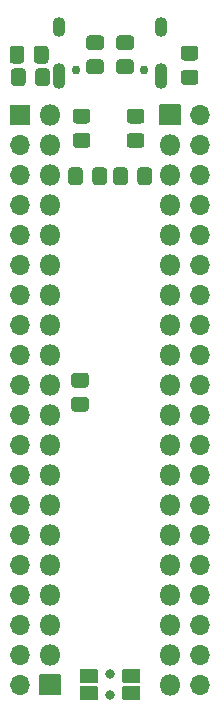
<source format=gbr>
%TF.GenerationSoftware,KiCad,Pcbnew,(5.1.9)-1*%
%TF.CreationDate,2021-04-12T21:57:58+01:00*%
%TF.ProjectId,Propeller_dev_board,50726f70-656c-46c6-9572-5f6465765f62,rev?*%
%TF.SameCoordinates,Original*%
%TF.FileFunction,Soldermask,Bot*%
%TF.FilePolarity,Negative*%
%FSLAX46Y46*%
G04 Gerber Fmt 4.6, Leading zero omitted, Abs format (unit mm)*
G04 Created by KiCad (PCBNEW (5.1.9)-1) date 2021-04-12 21:57:58*
%MOMM*%
%LPD*%
G01*
G04 APERTURE LIST*
%ADD10O,1.100000X2.200000*%
%ADD11O,1.100000X1.700000*%
%ADD12C,0.750000*%
%ADD13O,1.800000X1.800000*%
%ADD14C,0.800000*%
%ADD15O,1.700000X1.700000*%
G04 APERTURE END LIST*
%TO.C,4.7uF*%
G36*
G01*
X118901738Y-118365000D02*
X119858262Y-118365000D01*
G75*
G02*
X120130000Y-118636738I0J-271738D01*
G01*
X120130000Y-119343262D01*
G75*
G02*
X119858262Y-119615000I-271738J0D01*
G01*
X118901738Y-119615000D01*
G75*
G02*
X118630000Y-119343262I0J271738D01*
G01*
X118630000Y-118636738D01*
G75*
G02*
X118901738Y-118365000I271738J0D01*
G01*
G37*
G36*
G01*
X118901738Y-120415000D02*
X119858262Y-120415000D01*
G75*
G02*
X120130000Y-120686738I0J-271738D01*
G01*
X120130000Y-121393262D01*
G75*
G02*
X119858262Y-121665000I-271738J0D01*
G01*
X118901738Y-121665000D01*
G75*
G02*
X118630000Y-121393262I0J271738D01*
G01*
X118630000Y-120686738D01*
G75*
G02*
X118901738Y-120415000I271738J0D01*
G01*
G37*
%TD*%
D10*
%TO.C,P1*%
X126240000Y-93275000D03*
X117600000Y-93275000D03*
D11*
X126240000Y-89095000D03*
X117600000Y-89095000D03*
D12*
X119030000Y-92775000D03*
X124810000Y-92775000D03*
%TD*%
%TO.C,4.7uF*%
G36*
G01*
X123600738Y-98072000D02*
X124557262Y-98072000D01*
G75*
G02*
X124829000Y-98343738I0J-271738D01*
G01*
X124829000Y-99050262D01*
G75*
G02*
X124557262Y-99322000I-271738J0D01*
G01*
X123600738Y-99322000D01*
G75*
G02*
X123329000Y-99050262I0J271738D01*
G01*
X123329000Y-98343738D01*
G75*
G02*
X123600738Y-98072000I271738J0D01*
G01*
G37*
G36*
G01*
X123600738Y-96022000D02*
X124557262Y-96022000D01*
G75*
G02*
X124829000Y-96293738I0J-271738D01*
G01*
X124829000Y-97000262D01*
G75*
G02*
X124557262Y-97272000I-271738J0D01*
G01*
X123600738Y-97272000D01*
G75*
G02*
X123329000Y-97000262I0J271738D01*
G01*
X123329000Y-96293738D01*
G75*
G02*
X123600738Y-96022000I271738J0D01*
G01*
G37*
%TD*%
%TO.C,4.7uF*%
G36*
G01*
X119028738Y-96013000D02*
X119985262Y-96013000D01*
G75*
G02*
X120257000Y-96284738I0J-271738D01*
G01*
X120257000Y-96991262D01*
G75*
G02*
X119985262Y-97263000I-271738J0D01*
G01*
X119028738Y-97263000D01*
G75*
G02*
X118757000Y-96991262I0J271738D01*
G01*
X118757000Y-96284738D01*
G75*
G02*
X119028738Y-96013000I271738J0D01*
G01*
G37*
G36*
G01*
X119028738Y-98063000D02*
X119985262Y-98063000D01*
G75*
G02*
X120257000Y-98334738I0J-271738D01*
G01*
X120257000Y-99041262D01*
G75*
G02*
X119985262Y-99313000I-271738J0D01*
G01*
X119028738Y-99313000D01*
G75*
G02*
X118757000Y-99041262I0J271738D01*
G01*
X118757000Y-98334738D01*
G75*
G02*
X119028738Y-98063000I271738J0D01*
G01*
G37*
%TD*%
%TO.C,5.1K*%
G36*
G01*
X120171738Y-89790000D02*
X121128262Y-89790000D01*
G75*
G02*
X121400000Y-90061738I0J-271738D01*
G01*
X121400000Y-90768262D01*
G75*
G02*
X121128262Y-91040000I-271738J0D01*
G01*
X120171738Y-91040000D01*
G75*
G02*
X119900000Y-90768262I0J271738D01*
G01*
X119900000Y-90061738D01*
G75*
G02*
X120171738Y-89790000I271738J0D01*
G01*
G37*
G36*
G01*
X120171738Y-91840000D02*
X121128262Y-91840000D01*
G75*
G02*
X121400000Y-92111738I0J-271738D01*
G01*
X121400000Y-92818262D01*
G75*
G02*
X121128262Y-93090000I-271738J0D01*
G01*
X120171738Y-93090000D01*
G75*
G02*
X119900000Y-92818262I0J271738D01*
G01*
X119900000Y-92111738D01*
G75*
G02*
X120171738Y-91840000I271738J0D01*
G01*
G37*
%TD*%
%TO.C,5.1K*%
G36*
G01*
X122711738Y-89790000D02*
X123668262Y-89790000D01*
G75*
G02*
X123940000Y-90061738I0J-271738D01*
G01*
X123940000Y-90768262D01*
G75*
G02*
X123668262Y-91040000I-271738J0D01*
G01*
X122711738Y-91040000D01*
G75*
G02*
X122440000Y-90768262I0J271738D01*
G01*
X122440000Y-90061738D01*
G75*
G02*
X122711738Y-89790000I271738J0D01*
G01*
G37*
G36*
G01*
X122711738Y-91840000D02*
X123668262Y-91840000D01*
G75*
G02*
X123940000Y-92111738I0J-271738D01*
G01*
X123940000Y-92818262D01*
G75*
G02*
X123668262Y-93090000I-271738J0D01*
G01*
X122711738Y-93090000D01*
G75*
G02*
X122440000Y-92818262I0J271738D01*
G01*
X122440000Y-92111738D01*
G75*
G02*
X122711738Y-91840000I271738J0D01*
G01*
G37*
%TD*%
%TO.C,470R*%
G36*
G01*
X129129750Y-93979000D02*
X128172250Y-93979000D01*
G75*
G02*
X127901000Y-93707750I0J271250D01*
G01*
X127901000Y-93000250D01*
G75*
G02*
X128172250Y-92729000I271250J0D01*
G01*
X129129750Y-92729000D01*
G75*
G02*
X129401000Y-93000250I0J-271250D01*
G01*
X129401000Y-93707750D01*
G75*
G02*
X129129750Y-93979000I-271250J0D01*
G01*
G37*
G36*
G01*
X129129262Y-91929000D02*
X128172738Y-91929000D01*
G75*
G02*
X127901000Y-91657262I0J271738D01*
G01*
X127901000Y-90950738D01*
G75*
G02*
X128172738Y-90679000I271738J0D01*
G01*
X129129262Y-90679000D01*
G75*
G02*
X129401000Y-90950738I0J-271738D01*
G01*
X129401000Y-91657262D01*
G75*
G02*
X129129262Y-91929000I-271738J0D01*
G01*
G37*
%TD*%
%TO.C,VBUS1*%
G36*
G01*
X120415000Y-102205262D02*
X120415000Y-101248738D01*
G75*
G02*
X120686738Y-100977000I271738J0D01*
G01*
X121393262Y-100977000D01*
G75*
G02*
X121665000Y-101248738I0J-271738D01*
G01*
X121665000Y-102205262D01*
G75*
G02*
X121393262Y-102477000I-271738J0D01*
G01*
X120686738Y-102477000D01*
G75*
G02*
X120415000Y-102205262I0J271738D01*
G01*
G37*
G36*
G01*
X118365000Y-102205262D02*
X118365000Y-101248738D01*
G75*
G02*
X118636738Y-100977000I271738J0D01*
G01*
X119343262Y-100977000D01*
G75*
G02*
X119615000Y-101248738I0J-271738D01*
G01*
X119615000Y-102205262D01*
G75*
G02*
X119343262Y-102477000I-271738J0D01*
G01*
X118636738Y-102477000D01*
G75*
G02*
X118365000Y-102205262I0J271738D01*
G01*
G37*
%TD*%
%TO.C,VBUS2*%
G36*
G01*
X122184000Y-102205262D02*
X122184000Y-101248738D01*
G75*
G02*
X122455738Y-100977000I271738J0D01*
G01*
X123162262Y-100977000D01*
G75*
G02*
X123434000Y-101248738I0J-271738D01*
G01*
X123434000Y-102205262D01*
G75*
G02*
X123162262Y-102477000I-271738J0D01*
G01*
X122455738Y-102477000D01*
G75*
G02*
X122184000Y-102205262I0J271738D01*
G01*
G37*
G36*
G01*
X124234000Y-102205262D02*
X124234000Y-101248738D01*
G75*
G02*
X124505738Y-100977000I271738J0D01*
G01*
X125212262Y-100977000D01*
G75*
G02*
X125484000Y-101248738I0J-271738D01*
G01*
X125484000Y-102205262D01*
G75*
G02*
X125212262Y-102477000I-271738J0D01*
G01*
X124505738Y-102477000D01*
G75*
G02*
X124234000Y-102205262I0J271738D01*
G01*
G37*
%TD*%
%TO.C,Rx_res1*%
G36*
G01*
X115462000Y-91918262D02*
X115462000Y-90961738D01*
G75*
G02*
X115733738Y-90690000I271738J0D01*
G01*
X116440262Y-90690000D01*
G75*
G02*
X116712000Y-90961738I0J-271738D01*
G01*
X116712000Y-91918262D01*
G75*
G02*
X116440262Y-92190000I-271738J0D01*
G01*
X115733738Y-92190000D01*
G75*
G02*
X115462000Y-91918262I0J271738D01*
G01*
G37*
G36*
G01*
X113412000Y-91918262D02*
X113412000Y-90961738D01*
G75*
G02*
X113683738Y-90690000I271738J0D01*
G01*
X114390262Y-90690000D01*
G75*
G02*
X114662000Y-90961738I0J-271738D01*
G01*
X114662000Y-91918262D01*
G75*
G02*
X114390262Y-92190000I-271738J0D01*
G01*
X113683738Y-92190000D01*
G75*
G02*
X113412000Y-91918262I0J271738D01*
G01*
G37*
%TD*%
%TO.C,Tx_res1*%
G36*
G01*
X116830000Y-92866738D02*
X116830000Y-93823262D01*
G75*
G02*
X116558262Y-94095000I-271738J0D01*
G01*
X115851738Y-94095000D01*
G75*
G02*
X115580000Y-93823262I0J271738D01*
G01*
X115580000Y-92866738D01*
G75*
G02*
X115851738Y-92595000I271738J0D01*
G01*
X116558262Y-92595000D01*
G75*
G02*
X116830000Y-92866738I0J-271738D01*
G01*
G37*
G36*
G01*
X114780000Y-92866738D02*
X114780000Y-93823262D01*
G75*
G02*
X114508262Y-94095000I-271738J0D01*
G01*
X113801738Y-94095000D01*
G75*
G02*
X113530000Y-93823262I0J271738D01*
G01*
X113530000Y-92866738D01*
G75*
G02*
X113801738Y-92595000I271738J0D01*
G01*
X114508262Y-92595000D01*
G75*
G02*
X114780000Y-92866738I0J-271738D01*
G01*
G37*
%TD*%
%TO.C,J1*%
G36*
G01*
X117740000Y-143930000D02*
X117740000Y-145630000D01*
G75*
G02*
X117690000Y-145680000I-50000J0D01*
G01*
X115990000Y-145680000D01*
G75*
G02*
X115940000Y-145630000I0J50000D01*
G01*
X115940000Y-143930000D01*
G75*
G02*
X115990000Y-143880000I50000J0D01*
G01*
X117690000Y-143880000D01*
G75*
G02*
X117740000Y-143930000I0J-50000D01*
G01*
G37*
D13*
X116840000Y-142240000D03*
X116840000Y-139700000D03*
X116840000Y-137160000D03*
X116840000Y-134620000D03*
X116840000Y-132080000D03*
X116840000Y-129540000D03*
X116840000Y-127000000D03*
X116840000Y-124460000D03*
X116840000Y-121920000D03*
X116840000Y-119380000D03*
X116840000Y-116840000D03*
X116840000Y-114300000D03*
X116840000Y-111760000D03*
X116840000Y-109220000D03*
X116840000Y-106680000D03*
X116840000Y-104140000D03*
X116840000Y-101600000D03*
X116840000Y-99060000D03*
X116840000Y-96520000D03*
%TD*%
%TO.C,J2*%
X127000000Y-144780000D03*
X127000000Y-142240000D03*
X127000000Y-139700000D03*
X127000000Y-137160000D03*
X127000000Y-134620000D03*
X127000000Y-132080000D03*
X127000000Y-129540000D03*
X127000000Y-127000000D03*
X127000000Y-124460000D03*
X127000000Y-121920000D03*
X127000000Y-119380000D03*
X127000000Y-116840000D03*
X127000000Y-114300000D03*
X127000000Y-111760000D03*
X127000000Y-109220000D03*
X127000000Y-106680000D03*
X127000000Y-104140000D03*
X127000000Y-101600000D03*
X127000000Y-99060000D03*
G36*
G01*
X126100000Y-97370000D02*
X126100000Y-95670000D01*
G75*
G02*
X126150000Y-95620000I50000J0D01*
G01*
X127850000Y-95620000D01*
G75*
G02*
X127900000Y-95670000I0J-50000D01*
G01*
X127900000Y-97370000D01*
G75*
G02*
X127850000Y-97420000I-50000J0D01*
G01*
X126150000Y-97420000D01*
G75*
G02*
X126100000Y-97370000I0J50000D01*
G01*
G37*
%TD*%
%TO.C,SW1*%
G36*
G01*
X120870000Y-143535000D02*
X120870000Y-144585000D01*
G75*
G02*
X120820000Y-144635000I-50000J0D01*
G01*
X119420000Y-144635000D01*
G75*
G02*
X119370000Y-144585000I0J50000D01*
G01*
X119370000Y-143535000D01*
G75*
G02*
X119420000Y-143485000I50000J0D01*
G01*
X120820000Y-143485000D01*
G75*
G02*
X120870000Y-143535000I0J-50000D01*
G01*
G37*
G36*
G01*
X124470000Y-143535000D02*
X124470000Y-144585000D01*
G75*
G02*
X124420000Y-144635000I-50000J0D01*
G01*
X123020000Y-144635000D01*
G75*
G02*
X122970000Y-144585000I0J50000D01*
G01*
X122970000Y-143535000D01*
G75*
G02*
X123020000Y-143485000I50000J0D01*
G01*
X124420000Y-143485000D01*
G75*
G02*
X124470000Y-143535000I0J-50000D01*
G01*
G37*
G36*
G01*
X120870000Y-144975000D02*
X120870000Y-146025000D01*
G75*
G02*
X120820000Y-146075000I-50000J0D01*
G01*
X119420000Y-146075000D01*
G75*
G02*
X119370000Y-146025000I0J50000D01*
G01*
X119370000Y-144975000D01*
G75*
G02*
X119420000Y-144925000I50000J0D01*
G01*
X120820000Y-144925000D01*
G75*
G02*
X120870000Y-144975000I0J-50000D01*
G01*
G37*
G36*
G01*
X124470000Y-144975000D02*
X124470000Y-146025000D01*
G75*
G02*
X124420000Y-146075000I-50000J0D01*
G01*
X123020000Y-146075000D01*
G75*
G02*
X122970000Y-146025000I0J50000D01*
G01*
X122970000Y-144975000D01*
G75*
G02*
X123020000Y-144925000I50000J0D01*
G01*
X124420000Y-144925000D01*
G75*
G02*
X124470000Y-144975000I0J-50000D01*
G01*
G37*
D14*
X121920000Y-143880000D03*
X121920000Y-145680000D03*
%TD*%
%TO.C,U3*%
G36*
G01*
X113450000Y-97320000D02*
X113450000Y-95720000D01*
G75*
G02*
X113500000Y-95670000I50000J0D01*
G01*
X115100000Y-95670000D01*
G75*
G02*
X115150000Y-95720000I0J-50000D01*
G01*
X115150000Y-97320000D01*
G75*
G02*
X115100000Y-97370000I-50000J0D01*
G01*
X113500000Y-97370000D01*
G75*
G02*
X113450000Y-97320000I0J50000D01*
G01*
G37*
D15*
X129540000Y-144780000D03*
X114300000Y-99060000D03*
X129540000Y-142240000D03*
X114300000Y-101600000D03*
X129540000Y-139700000D03*
X114300000Y-104140000D03*
X129540000Y-137160000D03*
X114300000Y-106680000D03*
X129540000Y-134620000D03*
X114300000Y-109220000D03*
X129540000Y-132080000D03*
X114300000Y-111760000D03*
X129540000Y-129540000D03*
X114300000Y-114300000D03*
X129540000Y-127000000D03*
X114300000Y-116840000D03*
X129540000Y-124460000D03*
X114300000Y-119380000D03*
X129540000Y-121920000D03*
X114300000Y-121920000D03*
X129540000Y-119380000D03*
X114300000Y-124460000D03*
X129540000Y-116840000D03*
X114300000Y-127000000D03*
X129540000Y-114300000D03*
X114300000Y-129540000D03*
X129540000Y-111760000D03*
X114300000Y-132080000D03*
X129540000Y-109220000D03*
X114300000Y-134620000D03*
X129540000Y-106680000D03*
X114300000Y-137160000D03*
X129540000Y-104140000D03*
X114300000Y-139700000D03*
X129540000Y-101600000D03*
X114300000Y-142240000D03*
X129540000Y-99060000D03*
X114300000Y-144780000D03*
X129540000Y-96520000D03*
%TD*%
M02*

</source>
